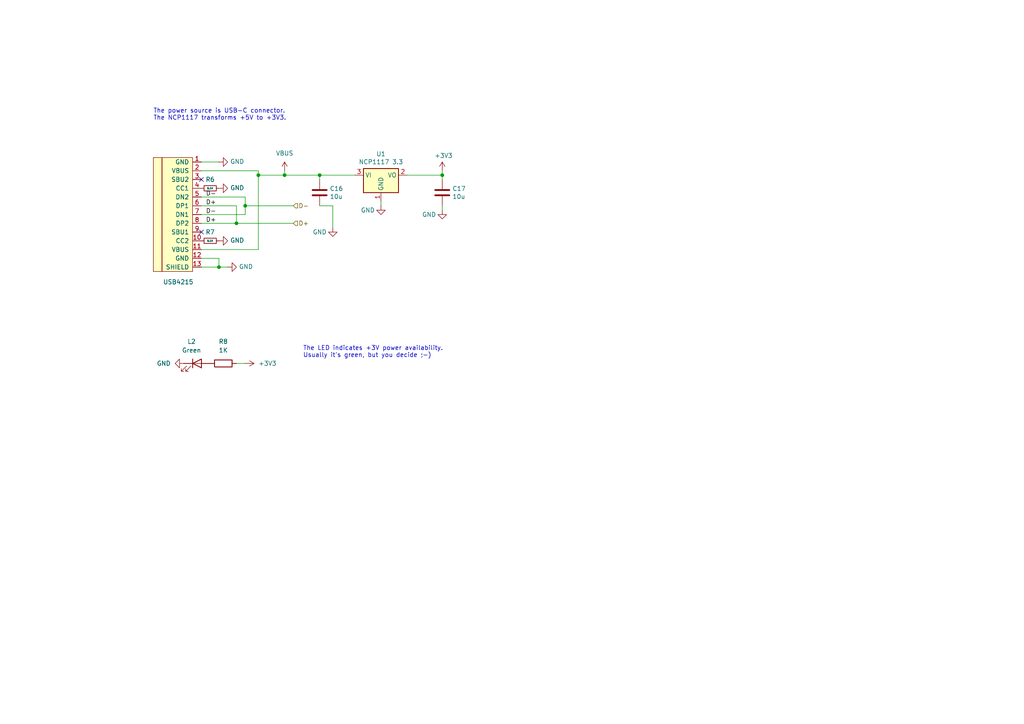
<source format=kicad_sch>
(kicad_sch (version 20250114) (generator "eeschema") (generator_version "9.0")
  (paper "A4")
  (title_block (title "Protea") (date "2025-03-08") (rev "2.03") (company "Mikhail Matveev") (comment 1 "https://github.com/xtremespb/frank"))
  (lib_symbols
    (symbol "+3V3_1" (power) (pin_numbers (hide yes)) (pin_names (offset 0) (hide yes))
      (property "Value" "+3V3" (at 0 3.556 0))
      (symbol "+3V3_1_0_1"
        (polyline (pts (xy -0.762 1.27) (xy 0 2.54)))
        (polyline (pts (xy 0 2.54) (xy 0.762 1.27)))
        (polyline (pts (xy 0 0) (xy 0 2.54)))
      )
      (symbol "+3V3_1_1_1"
        (pin power_in line (at 0 0 90) (length 0) (name "~") (number "1"))
      )
    )
    (symbol "Device:C" (pin_numbers (hide yes)) (pin_names (offset 0.254))
      (property "Reference" "C" (at 0.635 2.54 0))
      (property "Value" "C" (at 0.635 -2.54 0))
      (symbol "C_0_1"
        (polyline (pts (xy -2.032 0.762) (xy 2.032 0.762)) (stroke (width 0.508)))
        (polyline (pts (xy -2.032 -0.762) (xy 2.032 -0.762)) (stroke (width 0.508)))
      )
      (symbol "C_1_1"
        (pin passive line (at 0 3.81 270) (length 2.794) (name "~") (number "1"))
        (pin passive line (at 0 -3.81 90) (length 2.794) (name "~") (number "2"))
      )
    )
    (symbol "Device:LED" (pin_numbers (hide yes)) (pin_names (offset 1.016) (hide yes))
      (property "Reference" "D" (at 0 2.54 0))
      (property "Value" "LED" (at 0 -2.54 0))
      (symbol "LED_0_1"
        (polyline (pts (xy -3.048 -0.762) (xy -4.572 -2.286) (xy -3.81 -2.286) (xy -4.572 -2.286) (xy -4.572 -1.524)))
        (polyline (pts (xy -1.778 -0.762) (xy -3.302 -2.286) (xy -2.54 -2.286) (xy -3.302 -2.286) (xy -3.302 -1.524)))
        (polyline (pts (xy -1.27 0) (xy 1.27 0)))
        (polyline (pts (xy -1.27 -1.27) (xy -1.27 1.27)) (stroke (width 0.254)))
        (polyline (pts (xy 1.27 -1.27) (xy 1.27 1.27) (xy -1.27 0) (xy 1.27 -1.27)) (stroke (width 0.254)))
      )
      (symbol "LED_1_1"
        (pin passive line (at -3.81 0 0) (length 2.54) (name "K") (number "1"))
        (pin passive line (at 3.81 0 180) (length 2.54) (name "A") (number "2"))
      )
    )
    (symbol "Device:R" (pin_numbers (hide yes)) (pin_names (offset 0))
      (property "Reference" "R" (at 2.032 0 90))
      (property "Value" "R" (at 0 0 90))
      (symbol "R_0_1"
        (rectangle (start -1.016 -2.54) (end 1.016 2.54) (stroke (width 0.254)))
      )
      (symbol "R_1_1"
        (pin passive line (at 0 3.81 270) (length 1.27) (name "~") (number "1"))
        (pin passive line (at 0 -3.81 90) (length 1.27) (name "~") (number "2"))
      )
    )
    (symbol "Device:R_Small" (pin_numbers (hide yes)) (pin_names (offset 0.254) (hide yes))
      (property "Reference" "R" (at 0.762 0.508 0))
      (property "Value" "R_Small" (at 0.762 -1.016 0))
      (symbol "R_Small_0_1"
        (rectangle (start -0.762 1.778) (end 0.762 -1.778) (stroke (width 0.2032)))
      )
      (symbol "R_Small_1_1"
        (pin passive line (at 0 2.54 270) (length 0.762) (name "~") (number "1"))
        (pin passive line (at 0 -2.54 90) (length 0.762) (name "~") (number "2"))
      )
    )
    (symbol "FRANK:USB-C" (pin_names (offset 1.016))
      (property "Value" "USB Type C" (at 0.254 -20.828 0))
      (symbol "USB-C_0_1"
        (rectangle (start -11.43 15.24) (end -8.89 -17.78) (fill (type background)))
        (rectangle (start 0 -17.78) (end -8.89 15.24) (fill (type background)))
      )
      (symbol "USB-C_1_1"
        (pin input line (at 2.54 13.97 180) (length 2.54) (name "GND") (number "1"))
        (pin input line (at 2.54 11.43 180) (length 2.54) (name "VBUS") (number "2"))
        (pin input line (at 2.54 8.89 180) (length 2.54) (name "SBU2") (number "3"))
        (pin input line (at 2.54 6.35 180) (length 2.54) (name "CC1") (number "4"))
        (pin input line (at 2.54 3.81 180) (length 2.54) (name "DN2") (number "5"))
        (pin input line (at 2.54 1.27 180) (length 2.54) (name "DP1") (number "6"))
        (pin input line (at 2.54 -1.27 180) (length 2.54) (name "DN1") (number "7"))
        (pin input line (at 2.54 -3.81 180) (length 2.54) (name "DP2") (number "8"))
        (pin input line (at 2.54 -6.35 180) (length 2.54) (name "SBU1") (number "9"))
        (pin input line (at 2.54 -8.89 180) (length 2.54) (name "CC2") (number "10"))
        (pin input line (at 2.54 -11.43 180) (length 2.54) (name "VBUS") (number "11"))
        (pin input line (at 2.54 -13.97 180) (length 2.54) (name "GND") (number "12"))
        (pin input line (at 2.54 -16.51 180) (length 2.54) (name "SHIELD") (number "13"))
      )
    )
    (symbol "GND_1" (power) (pin_numbers (hide yes)) (pin_names (offset 0) (hide yes))
      (property "Value" "GND" (at 0 -3.81 0))
      (symbol "GND_1_0_1"
        (polyline (pts (xy 0 0) (xy 0 -1.27) (xy 1.27 -1.27) (xy 0 -2.54) (xy -1.27 -1.27) (xy 0 -1.27)))
      )
      (symbol "GND_1_1_1"
        (pin power_in line (at 0 0 270) (length 0) (name "~") (number "1"))
      )
    )
    (symbol "GND_2" (power) (pin_numbers (hide yes)) (pin_names (offset 0) (hide yes))
      (property "Value" "GND" (at 0 -3.81 0))
      (symbol "GND_2_0_1"
        (polyline (pts (xy 0 0) (xy 0 -1.27) (xy 1.27 -1.27) (xy 0 -2.54) (xy -1.27 -1.27) (xy 0 -1.27)))
      )
      (symbol "GND_2_1_1"
        (pin power_in line (at 0 0 270) (length 0) (name "~") (number "1"))
      )
    )
    (symbol "GND_3" (power) (pin_numbers (hide yes)) (pin_names (offset 0) (hide yes))
      (property "Value" "GND" (at 0 -3.81 0))
      (symbol "GND_3_0_1"
        (polyline (pts (xy 0 0) (xy 0 -1.27) (xy 1.27 -1.27) (xy 0 -2.54) (xy -1.27 -1.27) (xy 0 -1.27)))
      )
      (symbol "GND_3_1_1"
        (pin power_in line (at 0 0 270) (length 0) (name "~") (number "1"))
      )
    )
    (symbol "GND_4" (power) (pin_numbers (hide yes)) (pin_names (offset 0) (hide yes))
      (property "Value" "GND" (at 0 -3.81 0))
      (symbol "GND_4_0_1"
        (polyline (pts (xy 0 0) (xy 0 -1.27) (xy 1.27 -1.27) (xy 0 -2.54) (xy -1.27 -1.27) (xy 0 -1.27)))
      )
      (symbol "GND_4_1_1"
        (pin power_in line (at 0 0 270) (length 0) (name "~") (number "1"))
      )
    )
    (symbol "GND_5" (power) (pin_numbers (hide yes)) (pin_names (offset 0) (hide yes))
      (property "Value" "GND" (at 0 -3.81 0))
      (symbol "GND_5_0_1"
        (polyline (pts (xy 0 0) (xy 0 -1.27) (xy 1.27 -1.27) (xy 0 -2.54) (xy -1.27 -1.27) (xy 0 -1.27)))
      )
      (symbol "GND_5_1_1"
        (pin power_in line (at 0 0 270) (length 0) (name "~") (number "1"))
      )
    )
    (symbol "GND_6" (power) (pin_numbers (hide yes)) (pin_names (offset 0) (hide yes))
      (property "Value" "GND" (at 0 -3.81 0))
      (symbol "GND_6_0_1"
        (polyline (pts (xy 0 0) (xy 0 -1.27) (xy 1.27 -1.27) (xy 0 -2.54) (xy -1.27 -1.27) (xy 0 -1.27)))
      )
      (symbol "GND_6_1_1"
        (pin power_in line (at 0 0 270) (length 0) (name "~") (number "1"))
      )
    )
    (symbol "GND_7" (power) (pin_numbers (hide yes)) (pin_names (offset 0) (hide yes))
      (property "Value" "GND" (at 0 -3.81 0))
      (symbol "GND_7_0_1"
        (polyline (pts (xy 0 0) (xy 0 -1.27) (xy 1.27 -1.27) (xy 0 -2.54) (xy -1.27 -1.27) (xy 0 -1.27)))
      )
      (symbol "GND_7_1_1"
        (pin power_in line (at 0 0 270) (length 0) (name "~") (number "1"))
      )
    )
    (symbol "Regulator_Linear:NCP1117-3.3_SOT223"
      (property "Reference" "U" (at -3.81 3.175 0))
      (property "Value" "NCP1117-3.3_SOT223" (at 0 3.175 0))
      (symbol "NCP1117-3.3_SOT223_0_1"
        (rectangle (start -5.08 -5.08) (end 5.08 1.905) (stroke (width 0.254)) (fill (type background)))
      )
      (symbol "NCP1117-3.3_SOT223_1_1"
        (pin power_in line (at -7.62 0 0) (length 2.54) (name "VI") (number "3"))
        (pin power_in line (at 0 -7.62 90) (length 2.54) (name "GND") (number "1"))
        (pin power_out line (at 7.62 0 180) (length 2.54) (name "VO") (number "2"))
      )
    )
    (symbol "power:+3V3" (power) (pin_numbers (hide yes)) (pin_names (offset 0) (hide yes))
      (property "Value" "+3V3" (at 0 3.556 0))
      (symbol "+3V3_0_1"
        (polyline (pts (xy -0.762 1.27) (xy 0 2.54)))
        (polyline (pts (xy 0 2.54) (xy 0.762 1.27)))
        (polyline (pts (xy 0 0) (xy 0 2.54)))
      )
      (symbol "+3V3_1_1"
        (pin power_in line (at 0 0 90) (length 0) (name "~") (number "1"))
      )
    )
    (symbol "power:GND" (power) (pin_numbers (hide yes)) (pin_names (offset 0) (hide yes))
      (property "Value" "GND" (at 0 -3.81 0))
      (symbol "GND_0_1"
        (polyline (pts (xy 0 0) (xy 0 -1.27) (xy 1.27 -1.27) (xy 0 -2.54) (xy -1.27 -1.27) (xy 0 -1.27)))
      )
      (symbol "GND_1_1"
        (pin power_in line (at 0 0 270) (length 0) (name "~") (number "1"))
      )
    )
    (symbol "power:VBUS" (power) (pin_numbers (hide yes)) (pin_names (offset 0) (hide yes))
      (property "Value" "VBUS" (at 0 3.556 0))
      (symbol "VBUS_0_1"
        (polyline (pts (xy -0.762 1.27) (xy 0 2.54)))
        (polyline (pts (xy 0 2.54) (xy 0.762 1.27)))
        (polyline (pts (xy 0 0) (xy 0 2.54)))
      )
      (symbol "VBUS_1_1"
        (pin power_in line (at 0 0 90) (length 0) (name "~") (number "1"))
      )
    )
  )
  (text "The LED indicates +3V power availability.\nUsually it's green, but you decide ;-)" (at 87.884 102.108 0) (effects (font (size 1.27 1.27)) (justify left)))
  (text "The power source is USB-C connector.\nThe NCP1117 transforms +5V to +3V3." (at 44.45 33.274 0) (effects (font (size 1.27 1.27)) (justify left)))
  (junction (at 74.93 50.8))
  (junction (at 68.58 64.77))
  (junction (at 82.55 50.8))
  (junction (at 92.71 50.8))
  (junction (at 63.5 77.47))
  (junction (at 128.27 50.8))
  (junction (at 71.12 59.69))
  (no_connect (at 58.42 67.31))
  (no_connect (at 58.42 52.07))
  (wire (pts (xy 58.42 49.53) (xy 74.93 49.53)))
  (wire (pts (xy 58.42 59.69) (xy 68.58 59.69)))
  (wire (pts (xy 82.55 50.8) (xy 92.71 50.8)))
  (wire (pts (xy 102.87 50.8) (xy 92.71 50.8)))
  (wire (pts (xy 128.27 50.8) (xy 128.27 49.53)))
  (wire (pts (xy 63.5 77.47) (xy 66.04 77.47)))
  (wire (pts (xy 82.55 49.53) (xy 82.55 50.8)))
  (wire (pts (xy 63.5 74.93) (xy 63.5 77.47)))
  (wire (pts (xy 74.93 72.39) (xy 58.42 72.39)))
  (wire (pts (xy 92.71 52.07) (xy 92.71 50.8)))
  (wire (pts (xy 128.27 52.07) (xy 128.27 50.8)))
  (wire (pts (xy 96.52 59.69) (xy 92.71 59.69)))
  (wire (pts (xy 118.11 50.8) (xy 128.27 50.8)))
  (wire (pts (xy 58.42 57.15) (xy 71.12 57.15)))
  (wire (pts (xy 58.42 62.23) (xy 71.12 62.23)))
  (wire (pts (xy 71.12 59.69) (xy 85.09 59.69)))
  (wire (pts (xy 74.93 50.8) (xy 74.93 72.39)))
  (wire (pts (xy 74.93 49.53) (xy 74.93 50.8)))
  (wire (pts (xy 71.12 59.69) (xy 71.12 62.23)))
  (wire (pts (xy 58.42 46.99) (xy 63.5 46.99)))
  (wire (pts (xy 128.27 59.69) (xy 128.27 60.96)))
  (wire (pts (xy 58.42 77.47) (xy 63.5 77.47)))
  (wire (pts (xy 58.42 64.77) (xy 68.58 64.77)))
  (wire (pts (xy 96.52 59.69) (xy 96.52 66.04)))
  (wire (pts (xy 58.42 74.93) (xy 63.5 74.93)))
  (wire (pts (xy 71.12 57.15) (xy 71.12 59.69)))
  (wire (pts (xy 68.58 105.41) (xy 71.12 105.41)))
  (wire (pts (xy 74.93 50.8) (xy 82.55 50.8)))
  (wire (pts (xy 110.49 58.42) (xy 110.49 59.69)))
  (wire (pts (xy 68.58 64.77) (xy 85.09 64.77)))
  (wire (pts (xy 68.58 59.69) (xy 68.58 64.77)))
  (label "D-" (at 59.69 62.23 0))
  (label "D+" (at 59.69 64.77 0))
  (label "D-" (at 59.69 57.15 0))
  (label "D+" (at 59.69 59.69 0))
  (hierarchical_label "D-" (shape input) (at 85.09 59.69 0))
  (hierarchical_label "D+" (shape input) (at 85.09 64.77 0))
  (symbol (lib_name "GND_3") (lib_id "power:GND") (at 96.52 66.04 0) (unit 1)
    (property "Reference" "#PWR023" (effects (hide yes)))
    (property "Value" "GND" (at 92.71 67.31 0))
    (property "Description" "Power symbol creates a global label with name \"GND\" , ground" (effects (hide yes)))
  )
  (symbol (lib_id "power:VBUS") (at 82.55 49.53 0) (unit 1)
    (property "Reference" "#PWR018" (effects (hide yes)))
    (property "Value" "VBUS" (at 82.55 44.45 0))
    (property "Description" "Power symbol creates a global label with name \"VBUS\"" (effects (hide yes)))
  )
  (symbol (lib_name "GND_5") (lib_id "power:GND") (at 63.5 69.85 90) (unit 1)
    (property "Reference" "#PWR024" (effects (hide yes)))
    (property "Value" "GND" (at 66.7512 69.723 90) (effects (justify right)))
    (property "Description" "Power symbol creates a global label with name \"GND\" , ground" (effects (hide yes)))
  )
  (symbol (lib_name "GND_2") (lib_id "power:GND") (at 53.34 105.41 270) (unit 1)
    (property "Reference" "#PWR026" (effects (hide yes)))
    (property "Value" "GND" (at 49.53 105.4099 90) (effects (justify right)))
    (property "Description" "Power symbol creates a global label with name \"GND\" , ground" (effects (hide yes)))
  )
  (symbol (lib_id "Device:LED") (at 57.15 105.41 0) (unit 1)
    (property "Reference" "L2" (at 55.5625 99.06 0))
    (property "Value" "Green" (at 55.5625 101.6 0))
    (property "Footprint" "FRANK:LED (0805)" (effects (hide yes)))
    (property "Description" "Light emitting diode" (effects (hide yes)))
    (property "AliExpress" "https://www.aliexpress.com/item/1005005975741298.html" (effects (hide yes)))
    (property "Sim.Pins" "1=K 2=A" (effects (hide yes)))
  )
  (symbol (lib_id "Regulator_Linear:NCP1117-3.3_SOT223") (at 110.49 50.8 0) (unit 1)
    (property "Reference" "U1" (at 110.49 44.6532 0))
    (property "Value" "NCP1117 3.3" (at 110.49 46.9646 0))
    (property "Footprint" "FRANK:SOT-223" (effects (hide yes)))
    (property "Datasheet" "http://www.onsemi.com/pub_link/Collateral/NCP1117-D.PDF" (effects (hide yes)))
    (property "AliExpress" "https://www.aliexpress.com/item/1005005802338707.html" (effects (hide yes)))
  )
  (symbol (lib_id "Device:C") (at 128.27 55.88 0) (unit 1)
    (property "Reference" "C17" (at 131.191 54.7116 0) (effects (justify left)))
    (property "Value" "10u" (at 131.191 57.023 0) (effects (justify left)))
    (property "Footprint" "FRANK:Capacitor (0805)" (effects (hide yes)))
    (property "Datasheet" "https://eu.mouser.com/datasheet/2/40/KGM_X7R-3223212.pdf" (effects (hide yes)))
    (property "AliExpress" "https://www.aliexpress.com/item/33008008276.html" (effects (hide yes)))
  )
  (symbol (lib_id "FRANK:USB-C") (at 55.88 60.96 0) (unit 1)
    (property "Reference" "USB1" (effects (hide yes)))
    (property "Value" "USB4215" (at 56.134 81.788 0) (effects (justify right)))
    (property "Footprint" "FRANK:USB Type C" (effects (hide yes)))
    (property "Datasheet" "https://eu.mouser.com/datasheet/2/837/usb4215-3472997.pdf" (effects (hide yes)))
    (property "LCSC" "C165948" (effects (hide yes)))
    (property "AliExpress" "https://www.aliexpress.com/item/1005005500797563.html" (effects (hide yes)))
  )
  (symbol (lib_id "Device:C") (at 92.71 55.88 0) (unit 1)
    (property "Reference" "C16" (at 95.631 54.7116 0) (effects (justify left)))
    (property "Value" "10u" (at 95.631 57.023 0) (effects (justify left)))
    (property "Footprint" "FRANK:Capacitor (0805)" (effects (hide yes)))
    (property "Datasheet" "https://eu.mouser.com/datasheet/2/40/KGM_X7R-3223212.pdf" (effects (hide yes)))
    (property "AliExpress" "https://www.aliexpress.com/item/33008008276.html" (effects (hide yes)))
  )
  (symbol (lib_id "Device:R") (at 64.77 105.41 90) (unit 1)
    (property "Reference" "R8" (at 64.77 99.06 90))
    (property "Value" "1K" (at 64.77 101.6 90))
    (property "Footprint" "FRANK:Resistor (0805)" (effects (hide yes)))
    (property "Datasheet" "https://www.vishay.com/docs/28952/mcs0402at-mct0603at-mcu0805at-mca1206at.pdf" (effects (hide yes)))
    (property "Description" "Resistor" (effects (hide yes)))
    (property "AliExpress" "https://www.aliexpress.com/item/1005005945735199.html" (effects (hide yes)))
  )
  (symbol (lib_id "Device:R_Small") (at 60.96 69.85 270) (unit 1)
    (property "Reference" "R7" (at 60.96 67.31 90))
    (property "Value" "5.1K" (at 60.96 69.85 90) (effects (font (size 0.508 0.508))))
    (property "Footprint" "FRANK:Resistor (0805)" (effects (hide yes)))
    (property "Datasheet" "https://www.vishay.com/docs/28952/mcs0402at-mct0603at-mcu0805at-mca1206at.pdf" (effects (hide yes)))
    (property "LCSC" " " (effects (hide yes)))
    (property "AliExpress" "https://www.aliexpress.com/item/1005005945735199.html" (effects (hide yes)))
  )
  (symbol (lib_name "GND_6") (lib_id "power:GND") (at 63.5 54.61 90) (unit 1)
    (property "Reference" "#PWR020" (effects (hide yes)))
    (property "Value" "GND" (at 66.7512 54.483 90) (effects (justify right)))
    (property "Description" "Power symbol creates a global label with name \"GND\" , ground" (effects (hide yes)))
  )
  (symbol (lib_name "GND_1") (lib_id "power:GND") (at 128.27 60.96 0) (unit 1)
    (property "Reference" "#PWR022" (effects (hide yes)))
    (property "Value" "GND" (at 124.46 62.23 0))
    (property "Description" "Power symbol creates a global label with name \"GND\" , ground" (effects (hide yes)))
  )
  (symbol (lib_id "power:+3V3") (at 128.27 49.53 0) (unit 1)
    (property "Reference" "#PWR019" (effects (hide yes)))
    (property "Value" "+3V3" (at 128.651 45.1358 0))
    (property "Description" "Power symbol creates a global label with name \"+3V3\"" (effects (hide yes)))
  )
  (symbol (lib_id "Device:R_Small") (at 60.96 54.61 270) (unit 1)
    (property "Reference" "R6" (at 60.96 52.07 90))
    (property "Value" "5.1K" (at 60.96 54.61 90) (effects (font (size 0.508 0.508))))
    (property "Footprint" "FRANK:Resistor (0805)" (effects (hide yes)))
    (property "Datasheet" "https://www.vishay.com/docs/28952/mcs0402at-mct0603at-mcu0805at-mca1206at.pdf" (effects (hide yes)))
    (property "LCSC" " " (effects (hide yes)))
    (property "AliExpress" "https://www.aliexpress.com/item/1005005945735199.html" (effects (hide yes)))
  )
  (symbol (lib_id "power:GND") (at 63.5 46.99 90) (unit 1)
    (property "Reference" "#PWR017" (effects (hide yes)))
    (property "Value" "GND" (at 66.7512 46.863 90) (effects (justify right)))
    (property "Description" "Power symbol creates a global label with name \"GND\" , ground" (effects (hide yes)))
  )
  (symbol (lib_name "GND_7") (lib_id "power:GND") (at 66.04 77.47 90) (unit 1)
    (property "Reference" "#PWR025" (effects (hide yes)))
    (property "Value" "GND" (at 69.2912 77.343 90) (effects (justify right)))
    (property "Description" "Power symbol creates a global label with name \"GND\" , ground" (effects (hide yes)))
  )
  (symbol (lib_name "+3V3_1") (lib_id "power:+3V3") (at 71.12 105.41 270) (unit 1)
    (property "Reference" "#PWR027" (effects (hide yes)))
    (property "Value" "+3V3" (at 74.93 105.4099 90) (effects (justify left)))
    (property "Description" "Power symbol creates a global label with name \"+3V3\"" (effects (hide yes)))
  )
  (symbol (lib_name "GND_4") (lib_id "power:GND") (at 110.49 59.69 0) (unit 1)
    (property "Reference" "#PWR021" (effects (hide yes)))
    (property "Value" "GND" (at 106.68 60.96 0))
    (property "Description" "Power symbol creates a global label with name \"GND\" , ground" (effects (hide yes)))
  )
)
</source>
